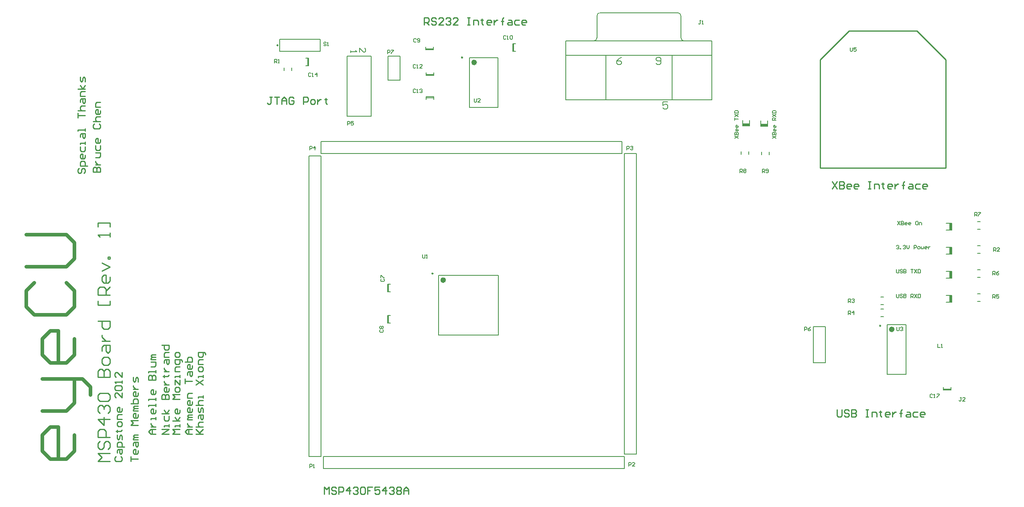
<source format=gto>
%FSLAX25Y25*%
%MOIN*%
G70*
G01*
G75*
G04 Layer_Color=65535*
%ADD10R,0.06299X0.06299*%
%ADD11R,0.06299X0.07087*%
%ADD12R,0.07087X0.06299*%
%ADD13O,0.08268X0.01772*%
%ADD14R,0.04921X0.05709*%
%ADD15O,0.06890X0.01181*%
%ADD16O,0.01181X0.06890*%
%ADD17O,0.09055X0.02362*%
%ADD18R,0.06299X0.06299*%
%ADD19R,0.25000X0.11000*%
%ADD20R,0.11000X0.05000*%
%ADD21C,0.01000*%
%ADD22R,0.07284X0.07284*%
%ADD23C,0.07284*%
%ADD24R,0.05906X0.05906*%
%ADD25C,0.05906*%
%ADD26R,0.05906X0.05906*%
%ADD27C,0.18740*%
%ADD28R,0.06654X0.06654*%
%ADD29C,0.06654*%
%ADD30C,0.14000*%
%ADD31C,0.06000*%
%ADD32C,0.05000*%
%ADD33C,0.30000*%
%ADD34C,0.00984*%
%ADD35C,0.02362*%
%ADD36C,0.00787*%
%ADD37C,0.00500*%
%ADD38C,0.00591*%
%ADD39C,0.03000*%
%ADD40C,0.00800*%
%ADD41R,0.02165X0.05512*%
%ADD42R,0.05512X0.02165*%
D21*
X1120500Y970000D02*
Y976000D01*
X1096500Y1000000D02*
X1120500Y976000D01*
X1040000Y1000000D02*
X1096500D01*
X1016000Y976000D02*
X1040000Y1000000D01*
X1016000Y967500D02*
Y976000D01*
X1048500Y1000000D02*
X1091000D01*
X1016000Y886000D02*
Y967500D01*
Y886000D02*
X1120500D01*
Y975500D01*
X604000Y614500D02*
Y620498D01*
X605999Y618499D01*
X607999Y620498D01*
Y614500D01*
X613997Y619498D02*
X612997Y620498D01*
X610998D01*
X609998Y619498D01*
Y618499D01*
X610998Y617499D01*
X612997D01*
X613997Y616499D01*
Y615500D01*
X612997Y614500D01*
X610998D01*
X609998Y615500D01*
X615996Y614500D02*
Y620498D01*
X618995D01*
X619995Y619498D01*
Y617499D01*
X618995Y616499D01*
X615996D01*
X624993Y614500D02*
Y620498D01*
X621994Y617499D01*
X625993D01*
X627992Y619498D02*
X628992Y620498D01*
X630991D01*
X631991Y619498D01*
Y618499D01*
X630991Y617499D01*
X629992D01*
X630991D01*
X631991Y616499D01*
Y615500D01*
X630991Y614500D01*
X628992D01*
X627992Y615500D01*
X633990Y619498D02*
X634990Y620498D01*
X636989D01*
X637989Y619498D01*
Y615500D01*
X636989Y614500D01*
X634990D01*
X633990Y615500D01*
Y619498D01*
X643987Y620498D02*
X639988D01*
Y617499D01*
X641988D01*
X639988D01*
Y614500D01*
X649985Y620498D02*
X645986D01*
Y617499D01*
X647986Y618499D01*
X648985D01*
X649985Y617499D01*
Y615500D01*
X648985Y614500D01*
X646986D01*
X645986Y615500D01*
X654984Y614500D02*
Y620498D01*
X651985Y617499D01*
X655983D01*
X657982Y619498D02*
X658982Y620498D01*
X660982D01*
X661981Y619498D01*
Y618499D01*
X660982Y617499D01*
X659982D01*
X660982D01*
X661981Y616499D01*
Y615500D01*
X660982Y614500D01*
X658982D01*
X657982Y615500D01*
X663981Y619498D02*
X664980Y620498D01*
X666980D01*
X667979Y619498D01*
Y618499D01*
X666980Y617499D01*
X667979Y616499D01*
Y615500D01*
X666980Y614500D01*
X664980D01*
X663981Y615500D01*
Y616499D01*
X664980Y617499D01*
X663981Y618499D01*
Y619498D01*
X664980Y617499D02*
X666980D01*
X669979Y614500D02*
Y618499D01*
X671978Y620498D01*
X673977Y618499D01*
Y614500D01*
Y617499D01*
X669979D01*
X687000Y1005000D02*
Y1010998D01*
X689999D01*
X690999Y1009998D01*
Y1007999D01*
X689999Y1006999D01*
X687000D01*
X688999D02*
X690999Y1005000D01*
X696997Y1009998D02*
X695997Y1010998D01*
X693998D01*
X692998Y1009998D01*
Y1008999D01*
X693998Y1007999D01*
X695997D01*
X696997Y1006999D01*
Y1006000D01*
X695997Y1005000D01*
X693998D01*
X692998Y1006000D01*
X702995Y1005000D02*
X698996D01*
X702995Y1008999D01*
Y1009998D01*
X701995Y1010998D01*
X699996D01*
X698996Y1009998D01*
X704994D02*
X705994Y1010998D01*
X707993D01*
X708993Y1009998D01*
Y1008999D01*
X707993Y1007999D01*
X706993D01*
X707993D01*
X708993Y1006999D01*
Y1006000D01*
X707993Y1005000D01*
X705994D01*
X704994Y1006000D01*
X714991Y1005000D02*
X710992D01*
X714991Y1008999D01*
Y1009998D01*
X713991Y1010998D01*
X711992D01*
X710992Y1009998D01*
X722988Y1010998D02*
X724988D01*
X723988D01*
Y1005000D01*
X722988D01*
X724988D01*
X727987D02*
Y1008999D01*
X730986D01*
X731986Y1007999D01*
Y1005000D01*
X734984Y1009998D02*
Y1008999D01*
X733985D01*
X735984D01*
X734984D01*
Y1006000D01*
X735984Y1005000D01*
X741982D02*
X739983D01*
X738983Y1006000D01*
Y1007999D01*
X739983Y1008999D01*
X741982D01*
X742982Y1007999D01*
Y1006999D01*
X738983D01*
X744981Y1008999D02*
Y1005000D01*
Y1006999D01*
X745981Y1007999D01*
X746981Y1008999D01*
X747980D01*
X751979Y1005000D02*
Y1009998D01*
Y1007999D01*
X750979D01*
X752979D01*
X751979D01*
Y1009998D01*
X752979Y1010998D01*
X756977Y1008999D02*
X758977D01*
X759976Y1007999D01*
Y1005000D01*
X756977D01*
X755978Y1006000D01*
X756977Y1006999D01*
X759976D01*
X765974Y1008999D02*
X762975D01*
X761976Y1007999D01*
Y1006000D01*
X762975Y1005000D01*
X765974D01*
X770973D02*
X768973D01*
X767974Y1006000D01*
Y1007999D01*
X768973Y1008999D01*
X770973D01*
X771973Y1007999D01*
Y1006999D01*
X767974D01*
X560599Y944998D02*
X558599D01*
X559599D01*
Y940000D01*
X558599Y939000D01*
X557600D01*
X556600Y940000D01*
X562598Y944998D02*
X566597D01*
X564597D01*
Y939000D01*
X568596D02*
Y942999D01*
X570596Y944998D01*
X572595Y942999D01*
Y939000D01*
Y941999D01*
X568596D01*
X578593Y943998D02*
X577593Y944998D01*
X575594D01*
X574594Y943998D01*
Y940000D01*
X575594Y939000D01*
X577593D01*
X578593Y940000D01*
Y941999D01*
X576593D01*
X586590Y939000D02*
Y944998D01*
X589589D01*
X590589Y943998D01*
Y941999D01*
X589589Y940999D01*
X586590D01*
X593588Y939000D02*
X595587D01*
X596587Y940000D01*
Y941999D01*
X595587Y942999D01*
X593588D01*
X592588Y941999D01*
Y940000D01*
X593588Y939000D01*
X598586Y942999D02*
Y939000D01*
Y940999D01*
X599586Y941999D01*
X600586Y942999D01*
X601585D01*
X605584Y943998D02*
Y942999D01*
X604585D01*
X606584D01*
X605584D01*
Y940000D01*
X606584Y939000D01*
X1030000Y684998D02*
Y680000D01*
X1031000Y679000D01*
X1032999D01*
X1033999Y680000D01*
Y684998D01*
X1039997Y683998D02*
X1038997Y684998D01*
X1036998D01*
X1035998Y683998D01*
Y682999D01*
X1036998Y681999D01*
X1038997D01*
X1039997Y680999D01*
Y680000D01*
X1038997Y679000D01*
X1036998D01*
X1035998Y680000D01*
X1041996Y684998D02*
Y679000D01*
X1044995D01*
X1045995Y680000D01*
Y680999D01*
X1044995Y681999D01*
X1041996D01*
X1044995D01*
X1045995Y682999D01*
Y683998D01*
X1044995Y684998D01*
X1041996D01*
X1053992D02*
X1055992D01*
X1054992D01*
Y679000D01*
X1053992D01*
X1055992D01*
X1058991D02*
Y682999D01*
X1061990D01*
X1062989Y681999D01*
Y679000D01*
X1065988Y683998D02*
Y682999D01*
X1064989D01*
X1066988D01*
X1065988D01*
Y680000D01*
X1066988Y679000D01*
X1072986D02*
X1070987D01*
X1069987Y680000D01*
Y681999D01*
X1070987Y682999D01*
X1072986D01*
X1073986Y681999D01*
Y680999D01*
X1069987D01*
X1075985Y682999D02*
Y679000D01*
Y680999D01*
X1076985Y681999D01*
X1077985Y682999D01*
X1078984D01*
X1082983Y679000D02*
Y683998D01*
Y681999D01*
X1081983D01*
X1083982D01*
X1082983D01*
Y683998D01*
X1083982Y684998D01*
X1087981Y682999D02*
X1089981D01*
X1090980Y681999D01*
Y679000D01*
X1087981D01*
X1086982Y680000D01*
X1087981Y680999D01*
X1090980D01*
X1096978Y682999D02*
X1093979D01*
X1092980Y681999D01*
Y680000D01*
X1093979Y679000D01*
X1096978D01*
X1101977D02*
X1099977D01*
X1098978Y680000D01*
Y681999D01*
X1099977Y682999D01*
X1101977D01*
X1102976Y681999D01*
Y680999D01*
X1098978D01*
X426000Y642000D02*
X416003D01*
X419336Y645332D01*
X416003Y648665D01*
X426000D01*
X417669Y658661D02*
X416003Y656995D01*
Y653663D01*
X417669Y651997D01*
X419336D01*
X421002Y653663D01*
Y656995D01*
X422668Y658661D01*
X424334D01*
X426000Y656995D01*
Y653663D01*
X424334Y651997D01*
X426000Y661994D02*
X416003D01*
Y666992D01*
X417669Y668658D01*
X421002D01*
X422668Y666992D01*
Y661994D01*
X426000Y676989D02*
X416003D01*
X421002Y671990D01*
Y678655D01*
X417669Y681987D02*
X416003Y683653D01*
Y686985D01*
X417669Y688652D01*
X419336D01*
X421002Y686985D01*
Y685319D01*
Y686985D01*
X422668Y688652D01*
X424334D01*
X426000Y686985D01*
Y683653D01*
X424334Y681987D01*
X417669Y691984D02*
X416003Y693650D01*
Y696982D01*
X417669Y698648D01*
X424334D01*
X426000Y696982D01*
Y693650D01*
X424334Y691984D01*
X417669D01*
X416003Y711977D02*
X426000D01*
Y716976D01*
X424334Y718642D01*
X422668D01*
X421002Y716976D01*
Y711977D01*
Y716976D01*
X419336Y718642D01*
X417669D01*
X416003Y716976D01*
Y711977D01*
X426000Y723640D02*
Y726972D01*
X424334Y728639D01*
X421002D01*
X419336Y726972D01*
Y723640D01*
X421002Y721974D01*
X424334D01*
X426000Y723640D01*
X419336Y733637D02*
Y736969D01*
X421002Y738635D01*
X426000D01*
Y733637D01*
X424334Y731971D01*
X422668Y733637D01*
Y738635D01*
X419336Y741968D02*
X426000D01*
X422668D01*
X421002Y743634D01*
X419336Y745300D01*
Y746966D01*
X416003Y758629D02*
X426000D01*
Y753631D01*
X424334Y751965D01*
X421002D01*
X419336Y753631D01*
Y758629D01*
X426000Y775290D02*
Y771958D01*
X416003D01*
Y775290D01*
X426000Y780289D02*
X416003D01*
Y785287D01*
X417669Y786953D01*
X421002D01*
X422668Y785287D01*
Y780289D01*
Y783621D02*
X426000Y786953D01*
Y795284D02*
Y791952D01*
X424334Y790285D01*
X421002D01*
X419336Y791952D01*
Y795284D01*
X421002Y796950D01*
X422668D01*
Y790285D01*
X419336Y800282D02*
X426000Y803615D01*
X419336Y806947D01*
X426000Y810279D02*
X424334D01*
Y811945D01*
X426000D01*
Y810279D01*
Y828606D02*
Y831939D01*
Y830272D01*
X416003D01*
X417669Y828606D01*
X426000Y836937D02*
Y840269D01*
X416003D01*
Y836937D01*
X431002Y645999D02*
X430002Y644999D01*
Y643000D01*
X431002Y642000D01*
X435000D01*
X436000Y643000D01*
Y644999D01*
X435000Y645999D01*
X432001Y648998D02*
Y650997D01*
X433001Y651997D01*
X436000D01*
Y648998D01*
X435000Y647998D01*
X434001Y648998D01*
Y651997D01*
X437999Y653996D02*
X432001D01*
Y656995D01*
X433001Y657995D01*
X435000D01*
X436000Y656995D01*
Y653996D01*
Y659994D02*
Y662993D01*
X435000Y663993D01*
X434001Y662993D01*
Y660994D01*
X433001Y659994D01*
X432001Y660994D01*
Y663993D01*
X431002Y666992D02*
X432001D01*
Y665992D01*
Y667992D01*
Y666992D01*
X435000D01*
X436000Y667992D01*
Y671990D02*
Y673990D01*
X435000Y674989D01*
X433001D01*
X432001Y673990D01*
Y671990D01*
X433001Y670991D01*
X435000D01*
X436000Y671990D01*
Y676989D02*
X432001D01*
Y679988D01*
X433001Y680987D01*
X436000D01*
Y685986D02*
Y683986D01*
X435000Y682987D01*
X433001D01*
X432001Y683986D01*
Y685986D01*
X433001Y686985D01*
X434001D01*
Y682987D01*
X436000Y698982D02*
Y694983D01*
X432001Y698982D01*
X431002D01*
X430002Y697982D01*
Y695983D01*
X431002Y694983D01*
Y700981D02*
X430002Y701981D01*
Y703980D01*
X431002Y704980D01*
X435000D01*
X436000Y703980D01*
Y701981D01*
X435000Y700981D01*
X431002D01*
X436000Y706979D02*
Y708978D01*
Y707979D01*
X430002D01*
X431002Y706979D01*
X436000Y715976D02*
Y711977D01*
X432001Y715976D01*
X431002D01*
X430002Y714976D01*
Y712977D01*
X431002Y711977D01*
X443502Y642000D02*
Y645999D01*
Y643999D01*
X449500D01*
Y650997D02*
Y648998D01*
X448500Y647998D01*
X446501D01*
X445501Y648998D01*
Y650997D01*
X446501Y651997D01*
X447501D01*
Y647998D01*
X445501Y654996D02*
Y656995D01*
X446501Y657995D01*
X449500D01*
Y654996D01*
X448500Y653996D01*
X447501Y654996D01*
Y657995D01*
X449500Y659994D02*
X445501D01*
Y660994D01*
X446501Y661994D01*
X449500D01*
X446501D01*
X445501Y662993D01*
X446501Y663993D01*
X449500D01*
Y671990D02*
X443502D01*
X445501Y673990D01*
X443502Y675989D01*
X449500D01*
Y680987D02*
Y678988D01*
X448500Y677988D01*
X446501D01*
X445501Y678988D01*
Y680987D01*
X446501Y681987D01*
X447501D01*
Y677988D01*
X449500Y683986D02*
X445501D01*
Y684986D01*
X446501Y685986D01*
X449500D01*
X446501D01*
X445501Y686985D01*
X446501Y687985D01*
X449500D01*
X443502Y689985D02*
X449500D01*
Y692983D01*
X448500Y693983D01*
X447501D01*
X446501D01*
X445501Y692983D01*
Y689985D01*
X449500Y698982D02*
Y696982D01*
X448500Y695983D01*
X446501D01*
X445501Y696982D01*
Y698982D01*
X446501Y699981D01*
X447501D01*
Y695983D01*
X445501Y701981D02*
X449500D01*
X447501D01*
X446501Y702980D01*
X445501Y703980D01*
Y704980D01*
X449500Y707979D02*
Y710978D01*
X448500Y711977D01*
X447501Y710978D01*
Y708978D01*
X446501Y707979D01*
X445501Y708978D01*
Y711977D01*
X464000Y664500D02*
X460001D01*
X458002Y666499D01*
X460001Y668499D01*
X464000D01*
X461001D01*
Y664500D01*
X460001Y670498D02*
X464000D01*
X462001D01*
X461001Y671498D01*
X460001Y672497D01*
Y673497D01*
X464000Y676496D02*
Y678496D01*
Y677496D01*
X460001D01*
Y676496D01*
X464000Y684493D02*
Y682494D01*
X463000Y681495D01*
X461001D01*
X460001Y682494D01*
Y684493D01*
X461001Y685493D01*
X462001D01*
Y681495D01*
X464000Y687493D02*
Y689492D01*
Y688492D01*
X458002D01*
Y687493D01*
X464000Y692491D02*
Y694490D01*
Y693491D01*
X458002D01*
Y692491D01*
X464000Y700488D02*
Y698489D01*
X463000Y697489D01*
X461001D01*
X460001Y698489D01*
Y700488D01*
X461001Y701488D01*
X462001D01*
Y697489D01*
X458002Y709485D02*
X464000D01*
Y712485D01*
X463000Y713484D01*
X462001D01*
X461001Y712485D01*
Y709485D01*
Y712485D01*
X460001Y713484D01*
X459002D01*
X458002Y712485D01*
Y709485D01*
X464000Y715484D02*
Y717483D01*
Y716483D01*
X458002D01*
Y715484D01*
X460001Y720482D02*
X463000D01*
X464000Y721482D01*
Y724481D01*
X460001D01*
X464000Y726480D02*
X460001D01*
Y727480D01*
X461001Y728479D01*
X464000D01*
X461001D01*
X460001Y729479D01*
X461001Y730479D01*
X464000D01*
X475000Y664500D02*
X469002D01*
X475000Y668499D01*
X469002D01*
X475000Y670498D02*
Y672497D01*
Y671498D01*
X471001D01*
Y670498D01*
Y679495D02*
Y676496D01*
X472001Y675496D01*
X474000D01*
X475000Y676496D01*
Y679495D01*
Y681495D02*
X469002D01*
X473000D02*
X471001Y684493D01*
X473000Y681495D02*
X475000Y684493D01*
X469002Y693491D02*
X475000D01*
Y696490D01*
X474000Y697489D01*
X473000D01*
X472001Y696490D01*
Y693491D01*
Y696490D01*
X471001Y697489D01*
X470002D01*
X469002Y696490D01*
Y693491D01*
X475000Y702488D02*
Y700488D01*
X474000Y699489D01*
X472001D01*
X471001Y700488D01*
Y702488D01*
X472001Y703487D01*
X473000D01*
Y699489D01*
X471001Y705487D02*
X475000D01*
X473000D01*
X472001Y706486D01*
X471001Y707486D01*
Y708486D01*
X470002Y712485D02*
X471001D01*
Y711485D01*
Y713484D01*
Y712485D01*
X474000D01*
X475000Y713484D01*
X471001Y716483D02*
X475000D01*
X473000D01*
X472001Y717483D01*
X471001Y718482D01*
Y719482D01*
Y723481D02*
Y725480D01*
X472001Y726480D01*
X475000D01*
Y723481D01*
X474000Y722481D01*
X473000Y723481D01*
Y726480D01*
X475000Y728479D02*
X471001D01*
Y731478D01*
X472001Y732478D01*
X475000D01*
X469002Y738476D02*
X475000D01*
Y735477D01*
X474000Y734477D01*
X472001D01*
X471001Y735477D01*
Y738476D01*
X484000Y664500D02*
X478002D01*
X480002Y666499D01*
X478002Y668499D01*
X484000D01*
Y670498D02*
Y672497D01*
Y671498D01*
X480002D01*
Y670498D01*
X484000Y675496D02*
X478002D01*
X482001D02*
X480002Y678496D01*
X482001Y675496D02*
X484000Y678496D01*
Y684493D02*
Y682494D01*
X483001Y681495D01*
X481001D01*
X480002Y682494D01*
Y684493D01*
X481001Y685493D01*
X482001D01*
Y681495D01*
X484000Y693491D02*
X478002D01*
X480002Y695490D01*
X478002Y697489D01*
X484000D01*
Y700488D02*
Y702488D01*
X483001Y703487D01*
X481001D01*
X480002Y702488D01*
Y700488D01*
X481001Y699489D01*
X483001D01*
X484000Y700488D01*
X480002Y705487D02*
Y709485D01*
X484000Y705487D01*
Y709485D01*
Y711485D02*
Y713484D01*
Y712485D01*
X480002D01*
Y711485D01*
X484000Y716483D02*
X480002D01*
Y719482D01*
X481001Y720482D01*
X484000D01*
X486000Y724481D02*
Y725480D01*
X485000Y726480D01*
X480002D01*
Y723481D01*
X481001Y722481D01*
X483001D01*
X484000Y723481D01*
Y726480D01*
Y729479D02*
Y731478D01*
X483001Y732478D01*
X481001D01*
X480002Y731478D01*
Y729479D01*
X481001Y728479D01*
X483001D01*
X484000Y729479D01*
X494499Y664500D02*
X490501D01*
X488502Y666499D01*
X490501Y668499D01*
X494499D01*
X491501D01*
Y664500D01*
X490501Y670498D02*
X494499D01*
X492500D01*
X491501Y671498D01*
X490501Y672497D01*
Y673497D01*
X494499Y676496D02*
X490501D01*
Y677496D01*
X491501Y678496D01*
X494499D01*
X491501D01*
X490501Y679495D01*
X491501Y680495D01*
X494499D01*
Y685493D02*
Y683494D01*
X493500Y682494D01*
X491501D01*
X490501Y683494D01*
Y685493D01*
X491501Y686493D01*
X492500D01*
Y682494D01*
X494499Y691491D02*
Y689492D01*
X493500Y688492D01*
X491501D01*
X490501Y689492D01*
Y691491D01*
X491501Y692491D01*
X492500D01*
Y688492D01*
X494499Y694490D02*
X490501D01*
Y697489D01*
X491501Y698489D01*
X494499D01*
X488502Y706486D02*
Y710485D01*
Y708486D01*
X494499D01*
X490501Y713484D02*
Y715484D01*
X491501Y716483D01*
X494499D01*
Y713484D01*
X493500Y712485D01*
X492500Y713484D01*
Y716483D01*
X494499Y721482D02*
Y719482D01*
X493500Y718482D01*
X491501D01*
X490501Y719482D01*
Y721482D01*
X491501Y722481D01*
X492500D01*
Y718482D01*
X488502Y724481D02*
X494499D01*
Y727480D01*
X493500Y728479D01*
X492500D01*
X491501D01*
X490501Y727480D01*
Y724481D01*
X497502Y664500D02*
X503500D01*
X501501D01*
X497502Y668499D01*
X500501Y665500D01*
X503500Y668499D01*
X497502Y670498D02*
X503500D01*
X500501D01*
X499501Y671498D01*
Y673497D01*
X500501Y674497D01*
X503500D01*
X499501Y677496D02*
Y679495D01*
X500501Y680495D01*
X503500D01*
Y677496D01*
X502500Y676496D01*
X501501Y677496D01*
Y680495D01*
X503500Y682494D02*
Y685493D01*
X502500Y686493D01*
X501501Y685493D01*
Y683494D01*
X500501Y682494D01*
X499501Y683494D01*
Y686493D01*
X497502Y688492D02*
X503500D01*
X500501D01*
X499501Y689492D01*
Y691491D01*
X500501Y692491D01*
X503500D01*
Y694490D02*
Y696490D01*
Y695490D01*
X499501D01*
Y694490D01*
X497502Y705487D02*
X503500Y709485D01*
X497502D02*
X503500Y705487D01*
Y711485D02*
Y713484D01*
Y712485D01*
X499501D01*
Y711485D01*
X503500Y717483D02*
Y719482D01*
X502500Y720482D01*
X500501D01*
X499501Y719482D01*
Y717483D01*
X500501Y716483D01*
X502500D01*
X503500Y717483D01*
Y722481D02*
X499501D01*
Y725480D01*
X500501Y726480D01*
X503500D01*
X505499Y730479D02*
Y731478D01*
X504500Y732478D01*
X499501D01*
Y729479D01*
X500501Y728479D01*
X502500D01*
X503500Y729479D01*
Y732478D01*
X400502Y885499D02*
X399502Y884499D01*
Y882500D01*
X400502Y881500D01*
X401501D01*
X402501Y882500D01*
Y884499D01*
X403501Y885499D01*
X404500D01*
X405500Y884499D01*
Y882500D01*
X404500Y881500D01*
X407499Y887498D02*
X401501D01*
Y890497D01*
X402501Y891497D01*
X404500D01*
X405500Y890497D01*
Y887498D01*
Y896495D02*
Y894496D01*
X404500Y893496D01*
X402501D01*
X401501Y894496D01*
Y896495D01*
X402501Y897495D01*
X403501D01*
Y893496D01*
X401501Y903493D02*
Y900494D01*
X402501Y899494D01*
X404500D01*
X405500Y900494D01*
Y903493D01*
Y905492D02*
Y907492D01*
Y906492D01*
X401501D01*
Y905492D01*
Y911490D02*
Y913490D01*
X402501Y914489D01*
X405500D01*
Y911490D01*
X404500Y910491D01*
X403501Y911490D01*
Y914489D01*
X405500Y916489D02*
Y918488D01*
Y917488D01*
X399502D01*
Y916489D01*
Y927485D02*
Y931484D01*
Y929484D01*
X405500D01*
X399502Y933483D02*
X405500D01*
X402501D01*
X401501Y934483D01*
Y936482D01*
X402501Y937482D01*
X405500D01*
X401501Y940481D02*
Y942480D01*
X402501Y943480D01*
X405500D01*
Y940481D01*
X404500Y939481D01*
X403501Y940481D01*
Y943480D01*
X405500Y945479D02*
X401501D01*
Y948478D01*
X402501Y949478D01*
X405500D01*
Y951477D02*
X399502D01*
X403501D02*
X401501Y954476D01*
X403501Y951477D02*
X405500Y954476D01*
Y957475D02*
Y960474D01*
X404500Y961474D01*
X403501Y960474D01*
Y958475D01*
X402501Y957475D01*
X401501Y958475D01*
Y961474D01*
X412002Y882500D02*
X418000D01*
Y885499D01*
X417000Y886499D01*
X416001D01*
X415001Y885499D01*
Y882500D01*
Y885499D01*
X414001Y886499D01*
X413002D01*
X412002Y885499D01*
Y882500D01*
X414001Y888498D02*
X418000D01*
X416001D01*
X415001Y889498D01*
X414001Y890497D01*
Y891497D01*
Y894496D02*
X417000D01*
X418000Y895496D01*
Y898495D01*
X414001D01*
Y904493D02*
Y901494D01*
X415001Y900494D01*
X417000D01*
X418000Y901494D01*
Y904493D01*
Y909491D02*
Y907492D01*
X417000Y906492D01*
X415001D01*
X414001Y907492D01*
Y909491D01*
X415001Y910491D01*
X416001D01*
Y906492D01*
X413002Y922487D02*
X412002Y921487D01*
Y919488D01*
X413002Y918488D01*
X417000D01*
X418000Y919488D01*
Y921487D01*
X417000Y922487D01*
X412002Y924486D02*
X418000D01*
X415001D01*
X414001Y925486D01*
Y927485D01*
X415001Y928485D01*
X418000D01*
Y933484D02*
Y931484D01*
X417000Y930484D01*
X415001D01*
X414001Y931484D01*
Y933484D01*
X415001Y934483D01*
X416001D01*
Y930484D01*
X418000Y936483D02*
X414001D01*
Y939482D01*
X415001Y940481D01*
X418000D01*
X1026000Y874498D02*
X1029999Y868500D01*
Y874498D02*
X1026000Y868500D01*
X1031998Y874498D02*
Y868500D01*
X1034997D01*
X1035997Y869500D01*
Y870499D01*
X1034997Y871499D01*
X1031998D01*
X1034997D01*
X1035997Y872499D01*
Y873498D01*
X1034997Y874498D01*
X1031998D01*
X1040995Y868500D02*
X1038996D01*
X1037996Y869500D01*
Y871499D01*
X1038996Y872499D01*
X1040995D01*
X1041995Y871499D01*
Y870499D01*
X1037996D01*
X1046993Y868500D02*
X1044994D01*
X1043994Y869500D01*
Y871499D01*
X1044994Y872499D01*
X1046993D01*
X1047993Y871499D01*
Y870499D01*
X1043994D01*
X1055990Y874498D02*
X1057990D01*
X1056990D01*
Y868500D01*
X1055990D01*
X1057990D01*
X1060989D02*
Y872499D01*
X1063988D01*
X1064987Y871499D01*
Y868500D01*
X1067986Y873498D02*
Y872499D01*
X1066987D01*
X1068986D01*
X1067986D01*
Y869500D01*
X1068986Y868500D01*
X1074984D02*
X1072985D01*
X1071985Y869500D01*
Y871499D01*
X1072985Y872499D01*
X1074984D01*
X1075984Y871499D01*
Y870499D01*
X1071985D01*
X1077983Y872499D02*
Y868500D01*
Y870499D01*
X1078983Y871499D01*
X1079982Y872499D01*
X1080982D01*
X1084981Y868500D02*
Y873498D01*
Y871499D01*
X1083981D01*
X1085981D01*
X1084981D01*
Y873498D01*
X1085981Y874498D01*
X1089979Y872499D02*
X1091979D01*
X1092978Y871499D01*
Y868500D01*
X1089979D01*
X1088980Y869500D01*
X1089979Y870499D01*
X1092978D01*
X1098976Y872499D02*
X1095977D01*
X1094978Y871499D01*
Y869500D01*
X1095977Y868500D01*
X1098976D01*
X1103975D02*
X1101975D01*
X1100976Y869500D01*
Y871499D01*
X1101975Y872499D01*
X1103975D01*
X1104974Y871499D01*
Y870499D01*
X1100976D01*
D34*
X565748Y987996D02*
G03*
X565748Y987996I-492J0D01*
G01*
X1066409Y754685D02*
G03*
X1066409Y754685I-492J0D01*
G01*
X694469Y798178D02*
G03*
X694469Y798178I-492J0D01*
G01*
X719079Y977847D02*
G03*
X719079Y977847I-492J0D01*
G01*
D35*
X1076744Y751732D02*
G03*
X1076744Y751732I-1181J0D01*
G01*
X704115Y792666D02*
G03*
X704115Y792666I-1181J0D01*
G01*
X729807Y973732D02*
G03*
X729807Y973732I-1181J0D01*
G01*
D36*
X900382Y1012386D02*
G03*
X897646Y1015122I-2736J0D01*
G01*
X900402Y994256D02*
G03*
X903138Y991520I2736J0D01*
G01*
X833354Y1015122D02*
G03*
X830618Y1012386I0J-2736D01*
G01*
X827862Y991520D02*
G03*
X830598Y994256I0J2736D01*
G01*
X1125472Y814394D02*
Y819905D01*
X1120748D02*
X1125472D01*
X1120748Y814394D02*
X1125472D01*
Y774394D02*
Y779906D01*
X1120748D02*
X1125472D01*
X1120748Y774394D02*
X1125472D01*
Y794394D02*
Y799905D01*
X1120748D02*
X1125472D01*
X1120748Y794394D02*
X1125472D01*
X1066319Y772350D02*
X1068681D01*
X1066319Y778650D02*
X1068681D01*
X1146819Y801150D02*
X1149181D01*
X1146819Y794850D02*
X1149181D01*
X657567Y782850D02*
Y789150D01*
X656819Y782850D02*
Y789150D01*
Y782850D02*
X659181D01*
X656819Y789150D02*
X659181D01*
X657567Y756850D02*
Y763150D01*
X656819Y756850D02*
Y763150D01*
Y756850D02*
X659181D01*
X656819Y763150D02*
X659181D01*
X567150Y993000D02*
X600850D01*
Y983000D02*
Y993000D01*
X567150Y983000D02*
X600850D01*
X567150D02*
Y993000D01*
X956650Y897319D02*
Y899681D01*
X950350Y897319D02*
Y899681D01*
X973650Y896819D02*
Y899181D01*
X967350Y896819D02*
Y899181D01*
X1010500Y724000D02*
Y754000D01*
Y724000D02*
X1020500D01*
Y754000D01*
X1010500D02*
X1020500D01*
X1066319Y768650D02*
X1068681D01*
X1066319Y762350D02*
X1068681D01*
X1071626Y714331D02*
Y755669D01*
X1087374Y714331D02*
Y755669D01*
X1071626D02*
X1087374D01*
X1071626Y714331D02*
X1087374D01*
X1118550Y701967D02*
X1124850D01*
X1118550Y701219D02*
X1124850D01*
Y703581D01*
X1118550Y701219D02*
Y703581D01*
X853500Y636000D02*
Y646000D01*
X603500Y636000D02*
X853500D01*
X603500D02*
Y646000D01*
X611000D01*
X853500D01*
X591500D02*
X601500D01*
X591500D02*
Y896000D01*
X601500D01*
Y888500D02*
Y896000D01*
Y646000D02*
Y888500D01*
X698997Y746997D02*
Y796603D01*
X748603Y746997D02*
Y796603D01*
X698997D02*
X748603D01*
X698997Y746997D02*
X748603D01*
X601500Y898000D02*
Y908000D01*
X851500D01*
Y898000D02*
Y908000D01*
X844000Y898000D02*
X851500D01*
X601500D02*
X844000D01*
X853500D02*
X863500D01*
Y648000D02*
Y898000D01*
X853500Y648000D02*
X863500D01*
X853500D02*
Y655500D01*
Y898000D01*
X724689Y936331D02*
Y977669D01*
X748311Y936331D02*
Y977669D01*
X724689D02*
X748311D01*
X724689Y936331D02*
X748311D01*
X761567Y982850D02*
Y989150D01*
X760819Y982850D02*
Y989150D01*
Y982850D02*
X763181D01*
X760819Y989150D02*
X763181D01*
X688350Y985067D02*
X694650D01*
X688350Y984319D02*
X694650D01*
Y986681D01*
X688350Y984319D02*
Y986681D01*
X688850Y963567D02*
X695150D01*
X688850Y962819D02*
X695150D01*
Y965181D01*
X688850Y962819D02*
Y965181D01*
X900402Y994256D02*
Y1012366D01*
X830598Y994256D02*
Y1012366D01*
X837941Y942681D02*
Y979689D01*
X804870Y991500D02*
X926130D01*
X893059Y942681D02*
Y979689D01*
X804870Y942681D02*
X926130D01*
X833354Y1015122D02*
X897646D01*
X804870Y942681D02*
Y991500D01*
X926130Y942681D02*
Y991500D01*
X804870Y979689D02*
X926130D01*
X688850Y944433D02*
X695150D01*
X688850Y945181D02*
X695150D01*
X688850Y942819D02*
Y945181D01*
X695150Y942819D02*
Y945181D01*
X570850Y966819D02*
Y969181D01*
X577150Y966819D02*
Y969181D01*
X590433Y970850D02*
Y977150D01*
X591181Y970850D02*
Y977150D01*
X588819D02*
X591181D01*
X588819Y970850D02*
X591181D01*
X1146819Y821150D02*
X1149181D01*
X1146819Y814850D02*
X1149181D01*
X1146819Y841150D02*
X1149181D01*
X1146819Y834850D02*
X1149181D01*
X1120748Y834394D02*
X1125472D01*
X1120748Y839905D02*
X1125472D01*
Y834394D02*
Y839905D01*
X951894Y921028D02*
Y925752D01*
X957405Y921028D02*
Y925752D01*
X951894Y921028D02*
X957405D01*
X966894Y920528D02*
Y925252D01*
X972406Y920528D02*
Y925252D01*
X966894Y920528D02*
X972406D01*
X1146819Y774850D02*
X1149181D01*
X1146819Y781150D02*
X1149181D01*
X623000Y929000D02*
Y979000D01*
X643000Y929000D02*
Y979000D01*
X623000D02*
X643000D01*
X623000Y929000D02*
X643000D01*
X667000Y959000D02*
Y979000D01*
X657000D02*
X667000D01*
X657000Y959000D02*
Y979000D01*
Y959000D02*
X667000D01*
D37*
X1079500Y801499D02*
Y799000D01*
X1080000Y798500D01*
X1080999D01*
X1081499Y799000D01*
Y801499D01*
X1084498Y800999D02*
X1083999Y801499D01*
X1082999D01*
X1082499Y800999D01*
Y800499D01*
X1082999Y800000D01*
X1083999D01*
X1084498Y799500D01*
Y799000D01*
X1083999Y798500D01*
X1082999D01*
X1082499Y799000D01*
X1085498Y801499D02*
Y798500D01*
X1086998D01*
X1087497Y799000D01*
Y799500D01*
X1086998Y800000D01*
X1085498D01*
X1086998D01*
X1087497Y800499D01*
Y800999D01*
X1086998Y801499D01*
X1085498D01*
X1091496D02*
X1093495D01*
X1092496D01*
Y798500D01*
X1094495Y801499D02*
X1096494Y798500D01*
Y801499D02*
X1094495Y798500D01*
X1097494Y801499D02*
Y798500D01*
X1098994D01*
X1099494Y799000D01*
Y800999D01*
X1098994Y801499D01*
X1097494D01*
X1079500Y780999D02*
Y778500D01*
X1080000Y778000D01*
X1080999D01*
X1081499Y778500D01*
Y780999D01*
X1084498Y780499D02*
X1083999Y780999D01*
X1082999D01*
X1082499Y780499D01*
Y779999D01*
X1082999Y779499D01*
X1083999D01*
X1084498Y779000D01*
Y778500D01*
X1083999Y778000D01*
X1082999D01*
X1082499Y778500D01*
X1085498Y780999D02*
Y778000D01*
X1086998D01*
X1087497Y778500D01*
Y779000D01*
X1086998Y779499D01*
X1085498D01*
X1086998D01*
X1087497Y779999D01*
Y780499D01*
X1086998Y780999D01*
X1085498D01*
X1091496Y778000D02*
Y780999D01*
X1092996D01*
X1093495Y780499D01*
Y779499D01*
X1092996Y779000D01*
X1091496D01*
X1092496D02*
X1093495Y778000D01*
X1094495Y780999D02*
X1096494Y778000D01*
Y780999D02*
X1094495Y778000D01*
X1097494Y780999D02*
Y778000D01*
X1098994D01*
X1099494Y778500D01*
Y780499D01*
X1098994Y780999D01*
X1097494D01*
X1079500Y820999D02*
X1080000Y821499D01*
X1080999D01*
X1081499Y820999D01*
Y820499D01*
X1080999Y820000D01*
X1080500D01*
X1080999D01*
X1081499Y819500D01*
Y819000D01*
X1080999Y818500D01*
X1080000D01*
X1079500Y819000D01*
X1082499Y818500D02*
Y819000D01*
X1082999D01*
Y818500D01*
X1082499D01*
X1084998Y820999D02*
X1085498Y821499D01*
X1086498D01*
X1086998Y820999D01*
Y820499D01*
X1086498Y820000D01*
X1085998D01*
X1086498D01*
X1086998Y819500D01*
Y819000D01*
X1086498Y818500D01*
X1085498D01*
X1084998Y819000D01*
X1087997Y821499D02*
Y819500D01*
X1088997Y818500D01*
X1089997Y819500D01*
Y821499D01*
X1093995Y818500D02*
Y821499D01*
X1095495D01*
X1095995Y820999D01*
Y820000D01*
X1095495Y819500D01*
X1093995D01*
X1097494Y818500D02*
X1098494D01*
X1098994Y819000D01*
Y820000D01*
X1098494Y820499D01*
X1097494D01*
X1096994Y820000D01*
Y819000D01*
X1097494Y818500D01*
X1099993Y820499D02*
Y819000D01*
X1100493Y818500D01*
X1100993Y819000D01*
X1101493Y818500D01*
X1101993Y819000D01*
Y820499D01*
X1104492Y818500D02*
X1103492D01*
X1102992Y819000D01*
Y820000D01*
X1103492Y820499D01*
X1104492D01*
X1104992Y820000D01*
Y819500D01*
X1102992D01*
X1105991Y820499D02*
Y818500D01*
Y819500D01*
X1106491Y820000D01*
X1106991Y820499D01*
X1107491D01*
X1039500Y774000D02*
Y776999D01*
X1041000D01*
X1041499Y776499D01*
Y775499D01*
X1041000Y775000D01*
X1039500D01*
X1040500D02*
X1041499Y774000D01*
X1042499Y776499D02*
X1042999Y776999D01*
X1043999D01*
X1044498Y776499D01*
Y775999D01*
X1043999Y775499D01*
X1043499D01*
X1043999D01*
X1044498Y775000D01*
Y774500D01*
X1043999Y774000D01*
X1042999D01*
X1042499Y774500D01*
X1080500Y841499D02*
X1082499Y838500D01*
Y841499D02*
X1080500Y838500D01*
X1083499Y841499D02*
Y838500D01*
X1084999D01*
X1085498Y839000D01*
Y839500D01*
X1084999Y839999D01*
X1083499D01*
X1084999D01*
X1085498Y840499D01*
Y840999D01*
X1084999Y841499D01*
X1083499D01*
X1087998Y838500D02*
X1086998D01*
X1086498Y839000D01*
Y839999D01*
X1086998Y840499D01*
X1087998D01*
X1088497Y839999D01*
Y839500D01*
X1086498D01*
X1090997Y838500D02*
X1089997D01*
X1089497Y839000D01*
Y839999D01*
X1089997Y840499D01*
X1090997D01*
X1091496Y839999D01*
Y839500D01*
X1089497D01*
X1096995Y841499D02*
X1095995D01*
X1095495Y840999D01*
Y839000D01*
X1095995Y838500D01*
X1096995D01*
X1097495Y839000D01*
Y840999D01*
X1096995Y841499D01*
X1098494Y838500D02*
Y840499D01*
X1099994D01*
X1100494Y839999D01*
Y838500D01*
X945001Y910500D02*
X948000Y912499D01*
X945001D02*
X948000Y910500D01*
X945001Y913499D02*
X948000D01*
Y914999D01*
X947500Y915498D01*
X947000D01*
X946500Y914999D01*
Y913499D01*
Y914999D01*
X946001Y915498D01*
X945501D01*
X945001Y914999D01*
Y913499D01*
X948000Y917998D02*
Y916998D01*
X947500Y916498D01*
X946500D01*
X946001Y916998D01*
Y917998D01*
X946500Y918497D01*
X947000D01*
Y916498D01*
X948000Y920997D02*
Y919997D01*
X947500Y919497D01*
X946500D01*
X946001Y919997D01*
Y920997D01*
X946500Y921496D01*
X947000D01*
Y919497D01*
X945001Y925495D02*
Y927495D01*
Y926495D01*
X948000D01*
X945001Y928494D02*
X948000Y930494D01*
X945001D02*
X948000Y928494D01*
X945001Y931493D02*
X948000D01*
Y932993D01*
X947500Y933493D01*
X945501D01*
X945001Y932993D01*
Y931493D01*
X976501Y910500D02*
X979500Y912499D01*
X976501D02*
X979500Y910500D01*
X976501Y913499D02*
X979500D01*
Y914999D01*
X979000Y915498D01*
X978500D01*
X978001Y914999D01*
Y913499D01*
Y914999D01*
X977501Y915498D01*
X977001D01*
X976501Y914999D01*
Y913499D01*
X979500Y917998D02*
Y916998D01*
X979000Y916498D01*
X978001D01*
X977501Y916998D01*
Y917998D01*
X978001Y918497D01*
X978500D01*
Y916498D01*
X979500Y920997D02*
Y919997D01*
X979000Y919497D01*
X978001D01*
X977501Y919997D01*
Y920997D01*
X978001Y921496D01*
X978500D01*
Y919497D01*
X979500Y925495D02*
X976501D01*
Y926995D01*
X977001Y927495D01*
X978001D01*
X978500Y926995D01*
Y925495D01*
Y926495D02*
X979500Y927495D01*
X976501Y928494D02*
X979500Y930494D01*
X976501D02*
X979500Y928494D01*
X976501Y931493D02*
X979500D01*
Y932993D01*
X979000Y933493D01*
X977001D01*
X976501Y932993D01*
Y931493D01*
X605599Y990099D02*
X605099Y990599D01*
X604100D01*
X603600Y990099D01*
Y989599D01*
X604100Y989100D01*
X605099D01*
X605599Y988600D01*
Y988100D01*
X605099Y987600D01*
X604100D01*
X603600Y988100D01*
X606599Y987600D02*
X607599D01*
X607099D01*
Y990599D01*
X606599Y990099D01*
X650701Y751299D02*
X650201Y750800D01*
Y749800D01*
X650701Y749300D01*
X652700D01*
X653200Y749800D01*
Y750800D01*
X652700Y751299D01*
X650701Y752299D02*
X650201Y752799D01*
Y753798D01*
X650701Y754298D01*
X651201D01*
X651700Y753798D01*
X652200Y754298D01*
X652700D01*
X653200Y753798D01*
Y752799D01*
X652700Y752299D01*
X652200D01*
X651700Y752799D01*
X651201Y752299D01*
X650701D01*
X651700Y752799D02*
Y753798D01*
X651501Y793599D02*
X651001Y793099D01*
Y792100D01*
X651501Y791600D01*
X653500D01*
X654000Y792100D01*
Y793099D01*
X653500Y793599D01*
X651001Y794599D02*
Y796598D01*
X651501D01*
X653500Y794599D01*
X654000D01*
X968000Y882000D02*
Y884999D01*
X969499D01*
X969999Y884499D01*
Y883500D01*
X969499Y883000D01*
X968000D01*
X969000D02*
X969999Y882000D01*
X970999Y882500D02*
X971499Y882000D01*
X972499D01*
X972998Y882500D01*
Y884499D01*
X972499Y884999D01*
X971499D01*
X970999Y884499D01*
Y883999D01*
X971499Y883500D01*
X972998D01*
X949500Y882000D02*
Y884999D01*
X951000D01*
X951499Y884499D01*
Y883500D01*
X951000Y883000D01*
X949500D01*
X950500D02*
X951499Y882000D01*
X952499Y884499D02*
X952999Y884999D01*
X953999D01*
X954498Y884499D01*
Y883999D01*
X953999Y883500D01*
X954498Y883000D01*
Y882500D01*
X953999Y882000D01*
X952999D01*
X952499Y882500D01*
Y883000D01*
X952999Y883500D01*
X952499Y883999D01*
Y884499D01*
X952999Y883500D02*
X953999D01*
X1039500Y764000D02*
Y766999D01*
X1041000D01*
X1041499Y766499D01*
Y765499D01*
X1041000Y765000D01*
X1039500D01*
X1040500D02*
X1041499Y764000D01*
X1043999D02*
Y766999D01*
X1042499Y765499D01*
X1044498D01*
X1003000Y750500D02*
Y753499D01*
X1004500D01*
X1004999Y752999D01*
Y752000D01*
X1004500Y751500D01*
X1003000D01*
X1007998Y753499D02*
X1006999Y752999D01*
X1005999Y752000D01*
Y751000D01*
X1006499Y750500D01*
X1007499D01*
X1007998Y751000D01*
Y751500D01*
X1007499Y752000D01*
X1005999D01*
X1041000Y985999D02*
Y983500D01*
X1041500Y983000D01*
X1042500D01*
X1042999Y983500D01*
Y985999D01*
X1045998D02*
X1043999D01*
Y984499D01*
X1044999Y984999D01*
X1045499D01*
X1045998Y984499D01*
Y983500D01*
X1045499Y983000D01*
X1044499D01*
X1043999Y983500D01*
X1113700Y739499D02*
Y736500D01*
X1115699D01*
X1116699D02*
X1117699D01*
X1117199D01*
Y739499D01*
X1116699Y738999D01*
X1079700Y753499D02*
Y751000D01*
X1080200Y750500D01*
X1081199D01*
X1081699Y751000D01*
Y753499D01*
X1082699Y752999D02*
X1083199Y753499D01*
X1084199D01*
X1084698Y752999D01*
Y752499D01*
X1084199Y752000D01*
X1083699D01*
X1084199D01*
X1084698Y751500D01*
Y751000D01*
X1084199Y750500D01*
X1083199D01*
X1082699Y751000D01*
X728600Y943699D02*
Y941200D01*
X729100Y940700D01*
X730099D01*
X730599Y941200D01*
Y943699D01*
X733598Y940700D02*
X731599D01*
X733598Y942699D01*
Y943199D01*
X733099Y943699D01*
X732099D01*
X731599Y943199D01*
X685800Y813799D02*
Y811300D01*
X686300Y810800D01*
X687299D01*
X687799Y811300D01*
Y813799D01*
X688799Y810800D02*
X689799D01*
X689299D01*
Y813799D01*
X688799Y813299D01*
X1159500Y797000D02*
Y799999D01*
X1160999D01*
X1161499Y799499D01*
Y798499D01*
X1160999Y798000D01*
X1159500D01*
X1160500D02*
X1161499Y797000D01*
X1164498Y799999D02*
X1163499Y799499D01*
X1162499Y798499D01*
Y797500D01*
X1162999Y797000D01*
X1163999D01*
X1164498Y797500D01*
Y798000D01*
X1163999Y798499D01*
X1162499D01*
X562900Y973300D02*
Y976299D01*
X564399D01*
X564899Y975799D01*
Y974800D01*
X564399Y974300D01*
X562900D01*
X563900D02*
X564899Y973300D01*
X565899D02*
X566899D01*
X566399D01*
Y976299D01*
X565899Y975799D01*
X623400Y921600D02*
Y924599D01*
X624899D01*
X625399Y924099D01*
Y923100D01*
X624899Y922600D01*
X623400D01*
X628398Y924599D02*
X626399D01*
Y923100D01*
X627399Y923599D01*
X627899D01*
X628398Y923100D01*
Y922100D01*
X627899Y921600D01*
X626899D01*
X626399Y922100D01*
X592000Y901000D02*
Y903999D01*
X593500D01*
X593999Y903499D01*
Y902499D01*
X593500Y902000D01*
X592000D01*
X596498Y901000D02*
Y903999D01*
X594999Y902499D01*
X596998D01*
X855500Y901000D02*
Y903999D01*
X856999D01*
X857499Y903499D01*
Y902499D01*
X856999Y902000D01*
X855500D01*
X858499Y903499D02*
X858999Y903999D01*
X859999D01*
X860498Y903499D01*
Y902999D01*
X859999Y902499D01*
X859499D01*
X859999D01*
X860498Y902000D01*
Y901500D01*
X859999Y901000D01*
X858999D01*
X858499Y901500D01*
X857000Y638000D02*
Y640999D01*
X858500D01*
X858999Y640499D01*
Y639500D01*
X858500Y639000D01*
X857000D01*
X861998Y638000D02*
X859999D01*
X861998Y639999D01*
Y640499D01*
X861499Y640999D01*
X860499D01*
X859999Y640499D01*
X592000Y636500D02*
Y639499D01*
X593500D01*
X593999Y638999D01*
Y637999D01*
X593500Y637500D01*
X592000D01*
X594999Y636500D02*
X595999D01*
X595499D01*
Y639499D01*
X594999Y638999D01*
X916999Y1008499D02*
X916000D01*
X916500D01*
Y1006000D01*
X916000Y1005500D01*
X915500D01*
X915000Y1006000D01*
X917999Y1005500D02*
X918999D01*
X918499D01*
Y1008499D01*
X917999Y1007999D01*
X1109499Y697299D02*
X1109000Y697799D01*
X1108000D01*
X1107500Y697299D01*
Y695300D01*
X1108000Y694800D01*
X1109000D01*
X1109499Y695300D01*
X1110499Y694800D02*
X1111499D01*
X1110999D01*
Y697799D01*
X1110499Y697299D01*
X1112998Y697799D02*
X1114998D01*
Y697299D01*
X1112998Y695300D01*
Y694800D01*
X592999Y964499D02*
X592499Y964999D01*
X591500D01*
X591000Y964499D01*
Y962500D01*
X591500Y962000D01*
X592499D01*
X592999Y962500D01*
X593999Y962000D02*
X594999D01*
X594499D01*
Y964999D01*
X593999Y964499D01*
X597998Y962000D02*
Y964999D01*
X596498Y963500D01*
X598498D01*
X679999Y950999D02*
X679499Y951499D01*
X678500D01*
X678000Y950999D01*
Y949000D01*
X678500Y948500D01*
X679499D01*
X679999Y949000D01*
X680999Y948500D02*
X681999D01*
X681499D01*
Y951499D01*
X680999Y950999D01*
X683498D02*
X683998Y951499D01*
X684998D01*
X685498Y950999D01*
Y950499D01*
X684998Y950000D01*
X684498D01*
X684998D01*
X685498Y949500D01*
Y949000D01*
X684998Y948500D01*
X683998D01*
X683498Y949000D01*
X679999Y971499D02*
X679499Y971999D01*
X678500D01*
X678000Y971499D01*
Y969500D01*
X678500Y969000D01*
X679499D01*
X679999Y969500D01*
X680999Y969000D02*
X681999D01*
X681499D01*
Y971999D01*
X680999Y971499D01*
X685498Y969000D02*
X683498D01*
X685498Y970999D01*
Y971499D01*
X684998Y971999D01*
X683998D01*
X683498Y971499D01*
X754999Y995499D02*
X754499Y995999D01*
X753500D01*
X753000Y995499D01*
Y993500D01*
X753500Y993000D01*
X754499D01*
X754999Y993500D01*
X755999Y993000D02*
X756999D01*
X756499D01*
Y995999D01*
X755999Y995499D01*
X758498D02*
X758998Y995999D01*
X759998D01*
X760498Y995499D01*
Y993500D01*
X759998Y993000D01*
X758998D01*
X758498Y993500D01*
Y995499D01*
X680499Y992999D02*
X679999Y993499D01*
X679000D01*
X678500Y992999D01*
Y991000D01*
X679000Y990500D01*
X679999D01*
X680499Y991000D01*
X681499D02*
X681999Y990500D01*
X682999D01*
X683498Y991000D01*
Y992999D01*
X682999Y993499D01*
X681999D01*
X681499Y992999D01*
Y992499D01*
X681999Y992000D01*
X683498D01*
X1133499Y694999D02*
X1132500D01*
X1133000D01*
Y692500D01*
X1132500Y692000D01*
X1132000D01*
X1131500Y692500D01*
X1136498Y692000D02*
X1134499D01*
X1136498Y693999D01*
Y694499D01*
X1135999Y694999D01*
X1134999D01*
X1134499Y694499D01*
X1160000Y816500D02*
Y819499D01*
X1161500D01*
X1161999Y818999D01*
Y817999D01*
X1161500Y817500D01*
X1160000D01*
X1161000D02*
X1161999Y816500D01*
X1164998D02*
X1162999D01*
X1164998Y818499D01*
Y818999D01*
X1164499Y819499D01*
X1163499D01*
X1162999Y818999D01*
X1144500Y846000D02*
Y848999D01*
X1146000D01*
X1146499Y848499D01*
Y847499D01*
X1146000Y847000D01*
X1144500D01*
X1145500D02*
X1146499Y846000D01*
X1147499Y848999D02*
X1149498D01*
Y848499D01*
X1147499Y846500D01*
Y846000D01*
X1159500Y777500D02*
Y780499D01*
X1160999D01*
X1161499Y779999D01*
Y779000D01*
X1160999Y778500D01*
X1159500D01*
X1160500D02*
X1161499Y777500D01*
X1164498Y780499D02*
X1162499D01*
Y779000D01*
X1163499Y779499D01*
X1163999D01*
X1164498Y779000D01*
Y778000D01*
X1163999Y777500D01*
X1162999D01*
X1162499Y778000D01*
X656700Y981100D02*
Y984099D01*
X658200D01*
X658699Y983599D01*
Y982600D01*
X658200Y982100D01*
X656700D01*
X659699Y984099D02*
X661698D01*
Y983599D01*
X659699Y981600D01*
Y981100D01*
D38*
X851109Y977817D02*
X849141Y976833D01*
X847173Y974865D01*
Y972897D01*
X848157Y971913D01*
X850125D01*
X851109Y972897D01*
Y973881D01*
X850125Y974865D01*
X847173D01*
X879890Y972897D02*
X880874Y971913D01*
X882842D01*
X883825Y972897D01*
Y976833D01*
X882842Y977817D01*
X880874D01*
X879890Y976833D01*
Y975849D01*
X880874Y974865D01*
X883825D01*
X889278Y940809D02*
X885343D01*
Y937857D01*
X887310Y938841D01*
X888294D01*
X889278Y937857D01*
Y935890D01*
X888294Y934906D01*
X886326D01*
X885343Y935890D01*
D39*
X396500Y663994D02*
Y650665D01*
X389836Y644000D01*
X376506D01*
X369842Y650665D01*
Y663994D01*
X376506Y670658D01*
X383171D01*
Y644000D01*
X369842Y683987D02*
X389836D01*
X396500Y690652D01*
Y710645D01*
X403164D01*
X409829Y703981D01*
Y697316D01*
X396500Y710645D02*
X369842D01*
X396500Y743968D02*
Y730639D01*
X389836Y723974D01*
X376506D01*
X369842Y730639D01*
Y743968D01*
X376506Y750632D01*
X383171D01*
Y723974D01*
X363177Y790619D02*
X356513Y783955D01*
Y770626D01*
X363177Y763961D01*
X389836D01*
X396500Y770626D01*
Y783955D01*
X389836Y790619D01*
X356513Y803948D02*
X389836D01*
X396500Y810613D01*
Y823942D01*
X389836Y830606D01*
X356513D01*
D40*
X626000Y983500D02*
Y981834D01*
Y982667D01*
X630998D01*
X630165Y983500D01*
X633500Y982168D02*
Y985500D01*
X636832Y982168D01*
X637665D01*
X638498Y983001D01*
Y984667D01*
X637665Y985500D01*
D41*
X1124390Y817150D02*
D03*
Y777150D02*
D03*
Y797150D02*
D03*
Y837150D02*
D03*
D42*
X954650Y922110D02*
D03*
X969650Y921610D02*
D03*
M02*

</source>
